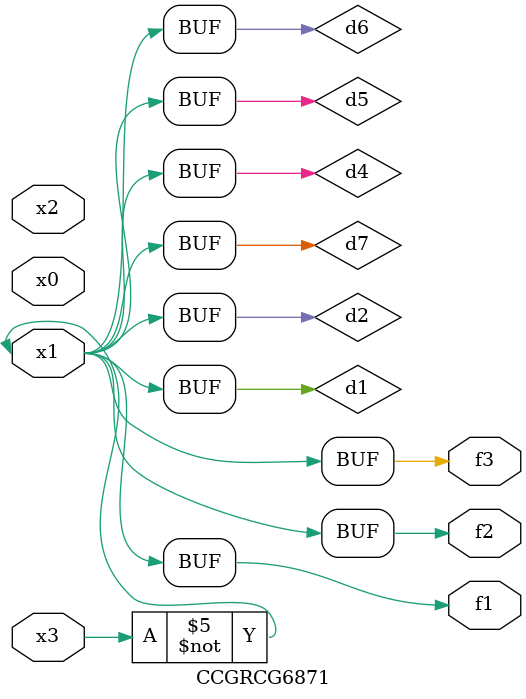
<source format=v>
module CCGRCG6871(
	input x0, x1, x2, x3,
	output f1, f2, f3
);

	wire d1, d2, d3, d4, d5, d6, d7;

	not (d1, x3);
	buf (d2, x1);
	xnor (d3, d1, d2);
	nor (d4, d1);
	buf (d5, d1, d2);
	buf (d6, d4, d5);
	nand (d7, d4);
	assign f1 = d6;
	assign f2 = d7;
	assign f3 = d6;
endmodule

</source>
